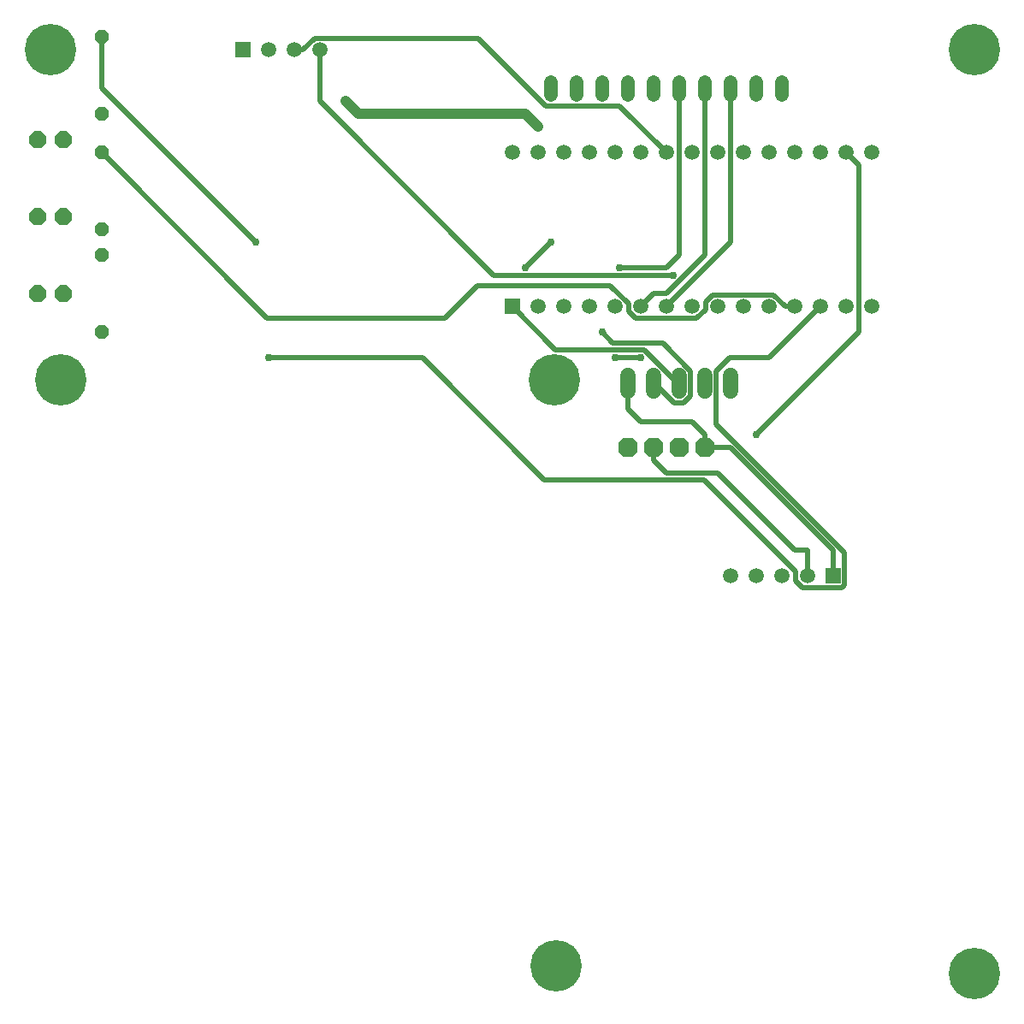
<source format=gbr>
G04 EAGLE Gerber X2 export*
%TF.Part,Single*%
%TF.FileFunction,Copper,L2,Bot,Mixed*%
%TF.FilePolarity,Positive*%
%TF.GenerationSoftware,Autodesk,EAGLE,8.6.3*%
%TF.CreationDate,2019-03-08T18:13:08Z*%
G75*
%MOMM*%
%FSLAX34Y34*%
%LPD*%
%AMOC8*
5,1,8,0,0,1.08239X$1,22.5*%
G01*
%ADD10P,2.089446X8X22.500000*%
%ADD11P,1.814519X8X22.500000*%
%ADD12R,1.508000X1.508000*%
%ADD13C,1.508000*%
%ADD14P,1.429621X8X112.500000*%
%ADD15C,1.524000*%
%ADD16C,1.320800*%
%ADD17C,0.756400*%
%ADD18C,0.508000*%
%ADD19C,1.016000*%
%ADD20C,5.080000*%


D10*
X660400Y558800D03*
X609600Y558800D03*
X635000Y558800D03*
X685800Y558800D03*
D11*
X25400Y711200D03*
X50800Y711200D03*
X25400Y787400D03*
X50800Y787400D03*
X25400Y863600D03*
X50800Y863600D03*
D12*
X495300Y698500D03*
D13*
X520700Y698500D03*
X546100Y698500D03*
X571500Y698500D03*
X596900Y698500D03*
X622300Y698500D03*
X647700Y698500D03*
X673100Y698500D03*
X698500Y698500D03*
X723900Y698500D03*
X749300Y698500D03*
X774700Y698500D03*
X495300Y850900D03*
X520700Y850900D03*
X546100Y850900D03*
X571500Y850900D03*
X596900Y850900D03*
X622300Y850900D03*
X673100Y850900D03*
X698500Y850900D03*
X749300Y850900D03*
X774700Y850900D03*
X723900Y850900D03*
X647700Y850900D03*
X800100Y698500D03*
X825500Y698500D03*
X850900Y698500D03*
X800100Y850900D03*
X825500Y850900D03*
X850900Y850900D03*
D14*
X88900Y889000D03*
X88900Y965200D03*
X88900Y673100D03*
X88900Y749300D03*
X88900Y774700D03*
X88900Y850900D03*
D15*
X609600Y629920D02*
X609600Y614680D01*
X635000Y614680D02*
X635000Y629920D01*
X660400Y629920D02*
X660400Y614680D01*
X685800Y614680D02*
X685800Y629920D01*
X711200Y629920D02*
X711200Y614680D01*
D16*
X762000Y907796D02*
X762000Y921004D01*
X736600Y921004D02*
X736600Y907796D01*
X711200Y907796D02*
X711200Y921004D01*
X685800Y921004D02*
X685800Y907796D01*
X660400Y907796D02*
X660400Y921004D01*
X635000Y921004D02*
X635000Y907796D01*
X609600Y907796D02*
X609600Y921004D01*
X584200Y921004D02*
X584200Y907796D01*
X558800Y907796D02*
X558800Y921004D01*
X533400Y921004D02*
X533400Y907796D01*
D12*
X228600Y952500D03*
D13*
X254000Y952500D03*
X279400Y952500D03*
X304800Y952500D03*
D12*
X812800Y431800D03*
D13*
X787400Y431800D03*
X762000Y431800D03*
X736600Y431800D03*
X711200Y431800D03*
D17*
X520700Y876300D03*
X330200Y901700D03*
D18*
X685800Y558800D02*
X711200Y558800D01*
X812800Y457200D01*
X812800Y431800D01*
X685800Y558800D02*
X685800Y571500D01*
X673100Y584200D01*
X622300Y584200D01*
X609600Y596900D01*
X609600Y622300D01*
D19*
X342900Y889000D02*
X330200Y901700D01*
X342900Y889000D02*
X508000Y889000D01*
X520700Y876300D01*
D18*
X787400Y457200D02*
X787400Y431800D01*
X787400Y457200D02*
X774700Y457200D01*
X698500Y533400D01*
X647700Y533400D01*
X635000Y546100D01*
X635000Y558800D01*
X288389Y952500D02*
X279400Y952500D01*
X601472Y897128D02*
X647700Y850900D01*
X299993Y964104D02*
X288389Y952500D01*
X528981Y897128D02*
X601472Y897128D01*
X462005Y964104D02*
X299993Y964104D01*
X462005Y964104D02*
X528981Y897128D01*
D17*
X654852Y729448D03*
D18*
X477052Y729448D01*
X304800Y901700D01*
X304800Y952500D01*
X495300Y698500D02*
X538226Y655574D01*
X659144Y622300D02*
X660400Y622300D01*
X625870Y655574D02*
X538226Y655574D01*
X625870Y655574D02*
X659144Y622300D01*
D17*
X584200Y673100D03*
D18*
X595122Y662178D01*
X672084Y634760D02*
X672084Y609840D01*
X665240Y602996D01*
X655560Y602996D01*
X636256Y622300D02*
X635000Y622300D01*
X636256Y622300D02*
X655560Y602996D01*
X644666Y662178D02*
X595122Y662178D01*
X644666Y662178D02*
X672084Y634760D01*
X660400Y749300D02*
X660400Y914400D01*
X660400Y749300D02*
X647700Y736600D01*
X647006Y737294D01*
X601754Y737294D01*
D17*
X601754Y737294D03*
D18*
X647700Y698500D02*
X711200Y762000D01*
X711200Y914400D01*
X635000Y711200D02*
X622300Y698500D01*
X635000Y711200D02*
X647700Y711200D01*
X685800Y749300D01*
X685800Y914400D01*
D17*
X533400Y762000D03*
D18*
X508694Y737294D01*
X508000Y737294D01*
D17*
X508000Y737294D03*
X596900Y647700D03*
D18*
X622300Y647700D01*
D17*
X622300Y647700D03*
X736600Y571500D03*
D18*
X838200Y673100D01*
X838200Y838200D01*
X825500Y850900D01*
D20*
X952500Y38100D03*
X952500Y952500D03*
X38100Y952500D03*
X48260Y626110D03*
X537210Y626110D03*
X538480Y45720D03*
D18*
X617493Y686896D02*
X610696Y693693D01*
X686896Y703307D02*
X693693Y710104D01*
X765711Y698500D02*
X774700Y698500D01*
X765711Y698500D02*
X754107Y710104D01*
X252570Y687230D02*
X88900Y850900D01*
X252570Y687230D02*
X428995Y687230D01*
X461220Y719455D01*
X610696Y701115D02*
X610696Y693693D01*
X677907Y686896D02*
X686896Y695885D01*
X686896Y703307D01*
X677907Y686896D02*
X617493Y686896D01*
X693693Y710104D02*
X754107Y710104D01*
X592356Y719455D02*
X461220Y719455D01*
X592356Y719455D02*
X610696Y701115D01*
X749300Y647700D02*
X800100Y698500D01*
X824404Y422577D02*
X822023Y420196D01*
X782593Y420196D02*
X775796Y426993D01*
X775796Y436607D01*
X406400Y647700D02*
X397752Y647700D01*
X254000Y647700D01*
X710424Y647700D02*
X749300Y647700D01*
X710424Y647700D02*
X697484Y634760D01*
X685607Y526796D02*
X775796Y436607D01*
X697484Y581856D02*
X697484Y634760D01*
X697484Y581856D02*
X824404Y454936D01*
X824404Y422577D01*
X685607Y526796D02*
X527304Y526796D01*
X782593Y420196D02*
X822023Y420196D01*
D17*
X254000Y647700D03*
X241300Y762000D03*
D18*
X88900Y914400D01*
X88900Y965200D01*
X406400Y647700D02*
X527304Y526796D01*
M02*

</source>
